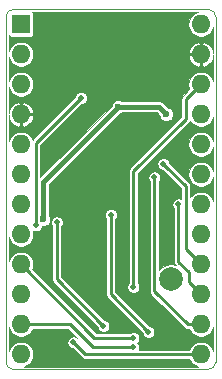
<source format=gbr>
%TF.GenerationSoftware,KiCad,Pcbnew,5.1.5+dfsg1-2~bpo10+1*%
%TF.CreationDate,Date%
%TF.ProjectId,ProMicro_LOG,50726f4d-6963-4726-9f5f-4c4f472e6b69,v1.1*%
%TF.SameCoordinates,Original*%
%TF.FileFunction,Copper,L2,Bot*%
%TF.FilePolarity,Positive*%
%FSLAX45Y45*%
G04 Gerber Fmt 4.5, Leading zero omitted, Abs format (unit mm)*
G04 Created by KiCad*
%MOMM*%
%LPD*%
G04 APERTURE LIST*
%ADD10C,0.100000*%
%ADD11O,1.600000X1.600000*%
%ADD12R,1.600000X1.600000*%
%ADD13C,2.000000*%
%ADD14C,0.500000*%
%ADD15C,0.600000*%
%ADD16C,0.400000*%
%ADD17C,0.250000*%
%ADD18C,0.125000*%
%ADD19C,0.200000*%
%ADD20C,0.300000*%
%ADD21C,0.350000*%
G04 APERTURE END LIST*
D10*
X-1587500Y2921000D02*
G75*
G03X-1651000Y2857500I0J-63500D01*
G01*
X127000Y2857500D02*
G75*
G03X63500Y2921000I-63500J0D01*
G01*
X63500Y-127000D02*
G75*
G03X127000Y-63500I0J63500D01*
G01*
X-1651000Y-63500D02*
G75*
G03X-1587500Y-127000I63500J0D01*
G01*
X-1651000Y2857500D02*
X-1651000Y-63500D01*
X63500Y2921000D02*
X-1587500Y2921000D01*
X127000Y-63500D02*
X127000Y2857500D01*
X-1587500Y-127000D02*
X63500Y-127000D01*
D11*
X0Y2794000D03*
X0Y2540000D03*
X0Y2286000D03*
X-1524000Y0D03*
X0Y2032000D03*
X-1524000Y254000D03*
X0Y1778000D03*
X-1524000Y508000D03*
X0Y1524000D03*
X-1524000Y762000D03*
X0Y1270000D03*
X-1524000Y1016000D03*
X0Y1016000D03*
X-1524000Y1270000D03*
X0Y762000D03*
X-1524000Y1524000D03*
X0Y508000D03*
X-1524000Y1778000D03*
X0Y254000D03*
X-1524000Y2032000D03*
X0Y0D03*
X-1524000Y2286000D03*
X-1524000Y2540000D03*
D12*
X-1524000Y2794000D03*
D13*
X-254000Y635000D03*
D14*
X-520700Y2197100D03*
X-952500Y1397000D03*
X-889000Y1079500D03*
X-850900Y635000D03*
X-355600Y254000D03*
X-1206500Y1841500D03*
X-1079500Y1968500D03*
X-635000Y1079500D03*
X-190500Y63500D03*
X-762000Y1524000D03*
X-1016000Y736600D03*
X-1016000Y1016000D03*
X-1244600Y1435100D03*
X-520700Y1968500D03*
X-1079500Y1397000D03*
X-1079500Y0D03*
X-190500Y-76200D03*
X-127000Y1651000D03*
X-279400Y1117600D03*
X-723900Y1955800D03*
D15*
X-698500Y2095500D03*
X-1333500Y1143000D03*
X-292100Y2032000D03*
D14*
X-571500Y569999D03*
X-444502Y190502D03*
X-762000Y1181100D03*
X-1016000Y2171700D03*
X-1397000Y1092200D03*
X-574059Y60940D03*
X-571500Y139700D03*
X-317500Y1612900D03*
X-190500Y1270000D03*
X-393700Y1498600D03*
X-825500Y241300D03*
X-1219200Y1117600D03*
X-1079499Y101600D03*
D16*
X-355600Y2095500D02*
X-322100Y2062000D01*
X-698500Y2095500D02*
X-355600Y2095500D01*
X-322100Y2062000D02*
X-292100Y2032000D01*
X-774700Y2019300D02*
X-698500Y2095500D01*
X-1333500Y1460500D02*
X-774700Y2019300D01*
X-1333500Y1143000D02*
X-1333500Y1460500D01*
D17*
X-571500Y1549400D02*
X-571500Y569999D01*
X-127000Y1993900D02*
X-571500Y1549400D01*
X-127000Y2159000D02*
X-127000Y1993900D01*
X0Y2286000D02*
X-127000Y2159000D01*
X-762000Y965200D02*
X-762000Y1181100D01*
X-762000Y508000D02*
X-762000Y965200D01*
X-444502Y190502D02*
X-762000Y508000D01*
X-1397000Y1790700D02*
X-1397000Y1092200D01*
X-1016000Y2171700D02*
X-1397000Y1790700D01*
X-609415Y60940D02*
X-574059Y60940D01*
X-911840Y60940D02*
X-609415Y60940D01*
X-1104900Y254000D02*
X-911840Y60940D01*
X-1524000Y254000D02*
X-1104900Y254000D01*
X-606855Y139700D02*
X-571500Y139700D01*
X-1524000Y762000D02*
X-901700Y139700D01*
X-901700Y139700D02*
X-606855Y139700D01*
X-292500Y1587900D02*
X-317500Y1612900D01*
X-127000Y889000D02*
X-127000Y1422400D01*
X0Y762000D02*
X-127000Y889000D01*
X-127000Y1422400D02*
X-292500Y1587900D01*
X-190500Y786000D02*
X-190500Y1234645D01*
X-101600Y697100D02*
X-190500Y786000D01*
X-190500Y1234645D02*
X-190500Y1270000D01*
X-101600Y609600D02*
X-101600Y697100D01*
X0Y508000D02*
X-101600Y609600D01*
X0Y254000D02*
X-113137Y254000D01*
X-113137Y254000D02*
X-393700Y534563D01*
X-393700Y534563D02*
X-393700Y1463245D01*
X-393700Y1463245D02*
X-393700Y1498600D01*
X-825500Y241300D02*
X-1219200Y635000D01*
X-1219200Y635000D02*
X-1219200Y1117600D01*
X0Y0D02*
X-977899Y0D01*
X-977899Y0D02*
X-1054500Y76600D01*
X-1054500Y76600D02*
X-1079499Y101600D01*
D18*
G36*
X-1626167Y223008D02*
G01*
X-1618157Y203672D01*
X-1606530Y186270D01*
X-1591730Y171470D01*
X-1574328Y159843D01*
X-1554992Y151833D01*
X-1534465Y147750D01*
X-1513535Y147750D01*
X-1493008Y151833D01*
X-1473672Y159843D01*
X-1456270Y171470D01*
X-1441470Y186270D01*
X-1429842Y203672D01*
X-1425047Y215250D01*
X-1120951Y215250D01*
X-1047673Y141972D01*
X-1055223Y147017D01*
X-1064550Y150881D01*
X-1074452Y152850D01*
X-1084547Y152850D01*
X-1094449Y150881D01*
X-1103775Y147017D01*
X-1112169Y141409D01*
X-1119308Y134270D01*
X-1124917Y125876D01*
X-1128780Y116549D01*
X-1130749Y106648D01*
X-1130749Y96552D01*
X-1128780Y86651D01*
X-1124917Y77324D01*
X-1119308Y68930D01*
X-1112169Y61791D01*
X-1103775Y56183D01*
X-1094449Y52319D01*
X-1084547Y50350D01*
X-1083050Y50350D01*
X-1006645Y-26055D01*
X-1005432Y-27533D01*
X-999532Y-32375D01*
X-992800Y-35974D01*
X-987711Y-37517D01*
X-985496Y-38189D01*
X-977899Y-38937D01*
X-975997Y-38750D01*
X-98953Y-38750D01*
X-94157Y-50328D01*
X-82530Y-67730D01*
X-67730Y-82530D01*
X-50328Y-94157D01*
X-30992Y-102167D01*
X-25547Y-103250D01*
X-1498453Y-103250D01*
X-1493008Y-102167D01*
X-1473672Y-94157D01*
X-1456270Y-82530D01*
X-1441470Y-67730D01*
X-1429842Y-50328D01*
X-1421833Y-30992D01*
X-1417750Y-10465D01*
X-1417750Y10465D01*
X-1421833Y30992D01*
X-1429842Y50328D01*
X-1441470Y67730D01*
X-1456270Y82530D01*
X-1473672Y94157D01*
X-1493008Y102167D01*
X-1513535Y106250D01*
X-1534465Y106250D01*
X-1554992Y102167D01*
X-1574328Y94157D01*
X-1591730Y82530D01*
X-1606530Y67730D01*
X-1618157Y50328D01*
X-1626167Y30992D01*
X-1627250Y25547D01*
X-1627250Y228453D01*
X-1626167Y223008D01*
G37*
X-1626167Y223008D02*
X-1618157Y203672D01*
X-1606530Y186270D01*
X-1591730Y171470D01*
X-1574328Y159843D01*
X-1554992Y151833D01*
X-1534465Y147750D01*
X-1513535Y147750D01*
X-1493008Y151833D01*
X-1473672Y159843D01*
X-1456270Y171470D01*
X-1441470Y186270D01*
X-1429842Y203672D01*
X-1425047Y215250D01*
X-1120951Y215250D01*
X-1047673Y141972D01*
X-1055223Y147017D01*
X-1064550Y150881D01*
X-1074452Y152850D01*
X-1084547Y152850D01*
X-1094449Y150881D01*
X-1103775Y147017D01*
X-1112169Y141409D01*
X-1119308Y134270D01*
X-1124917Y125876D01*
X-1128780Y116549D01*
X-1130749Y106648D01*
X-1130749Y96552D01*
X-1128780Y86651D01*
X-1124917Y77324D01*
X-1119308Y68930D01*
X-1112169Y61791D01*
X-1103775Y56183D01*
X-1094449Y52319D01*
X-1084547Y50350D01*
X-1083050Y50350D01*
X-1006645Y-26055D01*
X-1005432Y-27533D01*
X-999532Y-32375D01*
X-992800Y-35974D01*
X-987711Y-37517D01*
X-985496Y-38189D01*
X-977899Y-38937D01*
X-975997Y-38750D01*
X-98953Y-38750D01*
X-94157Y-50328D01*
X-82530Y-67730D01*
X-67730Y-82530D01*
X-50328Y-94157D01*
X-30992Y-102167D01*
X-25547Y-103250D01*
X-1498453Y-103250D01*
X-1493008Y-102167D01*
X-1473672Y-94157D01*
X-1456270Y-82530D01*
X-1441470Y-67730D01*
X-1429842Y-50328D01*
X-1421833Y-30992D01*
X-1417750Y-10465D01*
X-1417750Y10465D01*
X-1421833Y30992D01*
X-1429842Y50328D01*
X-1441470Y67730D01*
X-1456270Y82530D01*
X-1473672Y94157D01*
X-1493008Y102167D01*
X-1513535Y106250D01*
X-1534465Y106250D01*
X-1554992Y102167D01*
X-1574328Y94157D01*
X-1591730Y82530D01*
X-1606530Y67730D01*
X-1618157Y50328D01*
X-1626167Y30992D01*
X-1627250Y25547D01*
X-1627250Y228453D01*
X-1626167Y223008D01*
G36*
X-30992Y2896167D02*
G01*
X-50328Y2888157D01*
X-67730Y2876530D01*
X-82530Y2861730D01*
X-94157Y2844328D01*
X-102167Y2824992D01*
X-106250Y2804465D01*
X-106250Y2783535D01*
X-102167Y2763008D01*
X-94157Y2743672D01*
X-82530Y2726270D01*
X-67730Y2711470D01*
X-50328Y2699843D01*
X-30992Y2691833D01*
X-10465Y2687750D01*
X10465Y2687750D01*
X30992Y2691833D01*
X50328Y2699843D01*
X67730Y2711470D01*
X82530Y2726270D01*
X94157Y2743672D01*
X102167Y2763008D01*
X103250Y2768454D01*
X103250Y2548750D01*
X99303Y2548750D01*
X103217Y2565207D01*
X99826Y2576385D01*
X90810Y2595161D01*
X78303Y2611818D01*
X62788Y2625714D01*
X44859Y2636316D01*
X25207Y2643217D01*
X8750Y2639327D01*
X8750Y2548750D01*
X10750Y2548750D01*
X10750Y2531250D01*
X8750Y2531250D01*
X8750Y2440673D01*
X25207Y2436783D01*
X44859Y2443684D01*
X62788Y2454286D01*
X78303Y2468182D01*
X90810Y2484839D01*
X99826Y2503615D01*
X103217Y2514793D01*
X99303Y2531250D01*
X103250Y2531250D01*
X103250Y2311546D01*
X102167Y2316992D01*
X94157Y2336328D01*
X82530Y2353730D01*
X67730Y2368530D01*
X50328Y2380158D01*
X30992Y2388167D01*
X10465Y2392250D01*
X-10465Y2392250D01*
X-30992Y2388167D01*
X-50328Y2380158D01*
X-67730Y2368530D01*
X-82530Y2353730D01*
X-94157Y2336328D01*
X-102167Y2316992D01*
X-106250Y2296465D01*
X-106250Y2275535D01*
X-102167Y2255008D01*
X-97371Y2243430D01*
X-153055Y2187746D01*
X-154533Y2186533D01*
X-159375Y2180632D01*
X-162974Y2173901D01*
X-163641Y2171700D01*
X-165189Y2166596D01*
X-165937Y2159000D01*
X-165750Y2157097D01*
X-165750Y2009951D01*
X-597555Y1578146D01*
X-599033Y1576933D01*
X-603875Y1571032D01*
X-607474Y1564301D01*
X-608218Y1561845D01*
X-609689Y1556996D01*
X-610437Y1549400D01*
X-610250Y1547497D01*
X-610250Y603728D01*
X-611309Y602669D01*
X-616917Y594275D01*
X-620781Y584948D01*
X-622750Y575047D01*
X-622750Y564951D01*
X-620781Y555050D01*
X-616917Y545723D01*
X-611309Y537329D01*
X-604170Y530191D01*
X-595776Y524582D01*
X-586449Y520718D01*
X-576548Y518749D01*
X-566452Y518749D01*
X-556551Y520718D01*
X-547224Y524582D01*
X-538830Y530191D01*
X-531692Y537329D01*
X-526083Y545723D01*
X-522219Y555050D01*
X-520250Y564951D01*
X-520250Y575047D01*
X-522219Y584948D01*
X-526083Y594275D01*
X-531692Y602669D01*
X-532750Y603728D01*
X-532750Y1533349D01*
X-100945Y1965154D01*
X-99467Y1966367D01*
X-94625Y1972267D01*
X-91624Y1977881D01*
X-82530Y1964270D01*
X-67730Y1949470D01*
X-50328Y1937842D01*
X-30992Y1929833D01*
X-10465Y1925750D01*
X10465Y1925750D01*
X30992Y1929833D01*
X50328Y1937842D01*
X67730Y1949470D01*
X82530Y1964270D01*
X94157Y1981672D01*
X102167Y2001008D01*
X103250Y2006453D01*
X103250Y1803546D01*
X102167Y1808992D01*
X94157Y1828328D01*
X82530Y1845730D01*
X67730Y1860530D01*
X50328Y1872157D01*
X30992Y1880167D01*
X10465Y1884250D01*
X-10465Y1884250D01*
X-30992Y1880167D01*
X-50328Y1872157D01*
X-67730Y1860530D01*
X-82530Y1845730D01*
X-94157Y1828328D01*
X-102167Y1808992D01*
X-106250Y1788465D01*
X-106250Y1767535D01*
X-102167Y1747008D01*
X-94157Y1727672D01*
X-82530Y1710270D01*
X-67730Y1695470D01*
X-50328Y1683842D01*
X-30992Y1675833D01*
X-10465Y1671750D01*
X10465Y1671750D01*
X30992Y1675833D01*
X50328Y1683842D01*
X67730Y1695470D01*
X82530Y1710270D01*
X94157Y1727672D01*
X102167Y1747008D01*
X103250Y1752453D01*
X103250Y1549547D01*
X102167Y1554992D01*
X94157Y1574328D01*
X82530Y1591730D01*
X67730Y1606530D01*
X50328Y1618157D01*
X30992Y1626167D01*
X10465Y1630250D01*
X-10465Y1630250D01*
X-30992Y1626167D01*
X-50328Y1618157D01*
X-67730Y1606530D01*
X-82530Y1591730D01*
X-94157Y1574328D01*
X-102167Y1554992D01*
X-106250Y1534465D01*
X-106250Y1513535D01*
X-102167Y1493008D01*
X-94157Y1473672D01*
X-82530Y1456270D01*
X-67730Y1441470D01*
X-50328Y1429842D01*
X-30992Y1421833D01*
X-10465Y1417750D01*
X10465Y1417750D01*
X30992Y1421833D01*
X50328Y1429842D01*
X67730Y1441470D01*
X82530Y1456270D01*
X94157Y1473672D01*
X102167Y1493008D01*
X103250Y1498453D01*
X103250Y1295547D01*
X102167Y1300992D01*
X94157Y1320328D01*
X82530Y1337730D01*
X67730Y1352530D01*
X50328Y1364158D01*
X30992Y1372167D01*
X10465Y1376250D01*
X-10465Y1376250D01*
X-30992Y1372167D01*
X-50328Y1364158D01*
X-67730Y1352530D01*
X-82530Y1337730D01*
X-88250Y1329170D01*
X-88250Y1420497D01*
X-88063Y1422400D01*
X-88811Y1429996D01*
X-91026Y1437301D01*
X-92280Y1439646D01*
X-94625Y1444032D01*
X-99467Y1449933D01*
X-100945Y1451146D01*
X-266250Y1616451D01*
X-266250Y1617948D01*
X-268220Y1627849D01*
X-272083Y1637176D01*
X-277692Y1645570D01*
X-284830Y1652708D01*
X-293224Y1658317D01*
X-302551Y1662180D01*
X-312452Y1664150D01*
X-322548Y1664150D01*
X-332449Y1662180D01*
X-341776Y1658317D01*
X-350170Y1652708D01*
X-357308Y1645570D01*
X-362917Y1637176D01*
X-366780Y1627849D01*
X-368750Y1617948D01*
X-368750Y1607852D01*
X-366780Y1597951D01*
X-362917Y1588624D01*
X-357308Y1580230D01*
X-350170Y1573091D01*
X-341776Y1567483D01*
X-332449Y1563619D01*
X-322548Y1561650D01*
X-321051Y1561650D01*
X-165750Y1406349D01*
X-165750Y1315100D01*
X-166224Y1315417D01*
X-175551Y1319281D01*
X-185452Y1321250D01*
X-195548Y1321250D01*
X-205449Y1319281D01*
X-214776Y1315417D01*
X-223170Y1309809D01*
X-230308Y1302670D01*
X-235917Y1294276D01*
X-239780Y1284949D01*
X-241750Y1275048D01*
X-241750Y1264952D01*
X-239780Y1255051D01*
X-235917Y1245724D01*
X-230308Y1237330D01*
X-229250Y1236272D01*
X-229250Y1232742D01*
X-229250Y1232741D01*
X-229250Y787902D01*
X-229437Y786000D01*
X-228689Y778403D01*
X-228233Y776901D01*
X-226473Y771099D01*
X-222875Y764367D01*
X-218033Y758467D01*
X-216554Y757254D01*
X-214656Y755355D01*
X-217174Y756398D01*
X-241565Y761250D01*
X-266435Y761250D01*
X-290826Y756398D01*
X-313802Y746881D01*
X-334480Y733065D01*
X-352065Y715480D01*
X-354950Y711162D01*
X-354950Y1464871D01*
X-353891Y1465930D01*
X-348283Y1474324D01*
X-344420Y1483651D01*
X-342450Y1493552D01*
X-342450Y1503648D01*
X-344420Y1513549D01*
X-348283Y1522876D01*
X-353891Y1531270D01*
X-361030Y1538408D01*
X-369424Y1544017D01*
X-378751Y1547880D01*
X-388652Y1549850D01*
X-398748Y1549850D01*
X-408649Y1547880D01*
X-417976Y1544017D01*
X-426370Y1538408D01*
X-433508Y1531270D01*
X-439117Y1522876D01*
X-442980Y1513549D01*
X-444950Y1503648D01*
X-444950Y1493552D01*
X-442980Y1483651D01*
X-439117Y1474324D01*
X-433508Y1465930D01*
X-432450Y1464871D01*
X-432450Y1461342D01*
X-432450Y1461341D01*
X-432450Y536466D01*
X-432637Y534563D01*
X-431889Y526967D01*
X-429673Y519662D01*
X-426075Y512931D01*
X-421233Y507030D01*
X-419754Y505817D01*
X-141883Y227945D01*
X-140670Y226467D01*
X-134770Y221625D01*
X-128038Y218026D01*
X-123194Y216557D01*
X-120733Y215811D01*
X-113137Y215063D01*
X-111234Y215250D01*
X-98953Y215250D01*
X-94157Y203672D01*
X-82530Y186270D01*
X-67730Y171470D01*
X-50328Y159843D01*
X-30992Y151833D01*
X-10465Y147750D01*
X10465Y147750D01*
X30992Y151833D01*
X50328Y159843D01*
X67730Y171470D01*
X82530Y186270D01*
X94157Y203672D01*
X102167Y223008D01*
X103250Y228453D01*
X103250Y25547D01*
X102167Y30992D01*
X94157Y50328D01*
X82530Y67730D01*
X67730Y82530D01*
X50328Y94157D01*
X30992Y102167D01*
X10465Y106250D01*
X-10465Y106250D01*
X-30992Y102167D01*
X-50328Y94157D01*
X-67730Y82530D01*
X-82530Y67730D01*
X-94157Y50328D01*
X-98953Y38750D01*
X-527778Y38750D01*
X-524779Y45991D01*
X-522809Y55893D01*
X-522809Y65988D01*
X-524779Y75890D01*
X-528642Y85216D01*
X-534251Y93610D01*
X-539850Y99210D01*
X-538830Y99891D01*
X-531692Y107030D01*
X-526083Y115424D01*
X-522219Y124751D01*
X-520250Y134652D01*
X-520250Y144748D01*
X-522219Y154649D01*
X-526083Y163976D01*
X-531692Y172370D01*
X-538830Y179508D01*
X-547224Y185117D01*
X-556551Y188980D01*
X-566452Y190950D01*
X-576548Y190950D01*
X-586449Y188980D01*
X-595776Y185117D01*
X-604170Y179508D01*
X-605229Y178450D01*
X-885649Y178450D01*
X-1426629Y719430D01*
X-1421833Y731008D01*
X-1417750Y751535D01*
X-1417750Y772465D01*
X-1421833Y792992D01*
X-1429842Y812328D01*
X-1441470Y829730D01*
X-1456270Y844530D01*
X-1473672Y856157D01*
X-1493008Y864167D01*
X-1513535Y868250D01*
X-1534465Y868250D01*
X-1554992Y864167D01*
X-1574328Y856157D01*
X-1591730Y844530D01*
X-1606530Y829730D01*
X-1618157Y812328D01*
X-1626167Y792992D01*
X-1627250Y787547D01*
X-1627250Y990453D01*
X-1626167Y985008D01*
X-1618157Y965672D01*
X-1606530Y948270D01*
X-1591730Y933470D01*
X-1574328Y921842D01*
X-1554992Y913833D01*
X-1534465Y909750D01*
X-1513535Y909750D01*
X-1493008Y913833D01*
X-1473672Y921842D01*
X-1456270Y933470D01*
X-1441470Y948270D01*
X-1429842Y965672D01*
X-1421833Y985008D01*
X-1417750Y1005535D01*
X-1417750Y1026465D01*
X-1421833Y1046992D01*
X-1421926Y1047217D01*
X-1421276Y1046783D01*
X-1411949Y1042919D01*
X-1402048Y1040950D01*
X-1391952Y1040950D01*
X-1382051Y1042919D01*
X-1372724Y1046783D01*
X-1364330Y1052392D01*
X-1357192Y1059530D01*
X-1351583Y1067924D01*
X-1347720Y1077251D01*
X-1345750Y1087152D01*
X-1345750Y1088085D01*
X-1339040Y1086750D01*
X-1327960Y1086750D01*
X-1317093Y1088912D01*
X-1306856Y1093152D01*
X-1297643Y1099308D01*
X-1289808Y1107143D01*
X-1283652Y1116356D01*
X-1281046Y1122648D01*
X-1270450Y1122648D01*
X-1270450Y1112552D01*
X-1268481Y1102651D01*
X-1264617Y1093324D01*
X-1259009Y1084930D01*
X-1257950Y1083871D01*
X-1257950Y636903D01*
X-1258137Y635000D01*
X-1257950Y633098D01*
X-1257389Y627404D01*
X-1255174Y620099D01*
X-1251575Y613368D01*
X-1246733Y607467D01*
X-1245255Y606254D01*
X-876750Y237749D01*
X-876750Y236252D01*
X-874780Y226351D01*
X-870917Y217024D01*
X-865308Y208630D01*
X-858170Y201491D01*
X-849776Y195883D01*
X-840449Y192019D01*
X-830548Y190050D01*
X-820452Y190050D01*
X-810551Y192019D01*
X-801224Y195883D01*
X-792830Y201491D01*
X-785691Y208630D01*
X-780083Y217024D01*
X-776219Y226351D01*
X-774250Y236252D01*
X-774250Y246348D01*
X-776219Y256249D01*
X-780083Y265576D01*
X-785691Y273970D01*
X-792830Y281109D01*
X-801224Y286717D01*
X-810551Y290581D01*
X-820452Y292550D01*
X-821949Y292550D01*
X-1180450Y651051D01*
X-1180450Y1083872D01*
X-1179392Y1084930D01*
X-1173783Y1093324D01*
X-1169920Y1102651D01*
X-1167950Y1112552D01*
X-1167950Y1122648D01*
X-1169920Y1132549D01*
X-1173783Y1141876D01*
X-1179392Y1150270D01*
X-1186530Y1157409D01*
X-1194924Y1163017D01*
X-1204251Y1166881D01*
X-1214152Y1168850D01*
X-1224248Y1168850D01*
X-1234149Y1166881D01*
X-1243476Y1163017D01*
X-1251870Y1157409D01*
X-1259009Y1150270D01*
X-1264617Y1141876D01*
X-1268481Y1132549D01*
X-1270450Y1122648D01*
X-1281046Y1122648D01*
X-1279412Y1126593D01*
X-1277250Y1137460D01*
X-1277250Y1148540D01*
X-1279412Y1159408D01*
X-1283652Y1169644D01*
X-1287250Y1175029D01*
X-1287250Y1186148D01*
X-813250Y1186148D01*
X-813250Y1176052D01*
X-811280Y1166151D01*
X-807417Y1156824D01*
X-801808Y1148430D01*
X-800750Y1147371D01*
X-800750Y963297D01*
X-800750Y963296D01*
X-800750Y509903D01*
X-800937Y508000D01*
X-800750Y506097D01*
X-800189Y500404D01*
X-797973Y493099D01*
X-794375Y486368D01*
X-789533Y480467D01*
X-788054Y479254D01*
X-495752Y186951D01*
X-495752Y185454D01*
X-493782Y175553D01*
X-489919Y166226D01*
X-484310Y157832D01*
X-477172Y150694D01*
X-468778Y145085D01*
X-459451Y141222D01*
X-449550Y139252D01*
X-439454Y139252D01*
X-429553Y141222D01*
X-420226Y145085D01*
X-411832Y150694D01*
X-404693Y157832D01*
X-399085Y166226D01*
X-395221Y175553D01*
X-393252Y185454D01*
X-393252Y195550D01*
X-395221Y205451D01*
X-399085Y214778D01*
X-404693Y223172D01*
X-411832Y230310D01*
X-420226Y235919D01*
X-429553Y239782D01*
X-439454Y241752D01*
X-440951Y241752D01*
X-723250Y524051D01*
X-723250Y1147372D01*
X-722191Y1148430D01*
X-716583Y1156824D01*
X-712719Y1166151D01*
X-710750Y1176052D01*
X-710750Y1186148D01*
X-712719Y1196049D01*
X-716583Y1205376D01*
X-722191Y1213770D01*
X-729330Y1220909D01*
X-737724Y1226517D01*
X-747051Y1230381D01*
X-756952Y1232350D01*
X-767048Y1232350D01*
X-776949Y1230381D01*
X-786276Y1226517D01*
X-794670Y1220909D01*
X-801808Y1213770D01*
X-807417Y1205376D01*
X-811280Y1196049D01*
X-813250Y1186148D01*
X-1287250Y1186148D01*
X-1287250Y1441343D01*
X-740390Y1988202D01*
X-740390Y1988203D01*
X-688445Y2040148D01*
X-682093Y2041412D01*
X-671856Y2045652D01*
X-666471Y2049250D01*
X-374757Y2049250D01*
X-353198Y2027690D01*
X-353197Y2027690D01*
X-347452Y2021945D01*
X-346188Y2015592D01*
X-341948Y2005356D01*
X-335792Y1996143D01*
X-327957Y1988308D01*
X-318744Y1982152D01*
X-308508Y1977912D01*
X-297640Y1975750D01*
X-286560Y1975750D01*
X-275693Y1977912D01*
X-265456Y1982152D01*
X-256243Y1988308D01*
X-248408Y1996143D01*
X-242252Y2005356D01*
X-238012Y2015592D01*
X-235850Y2026460D01*
X-235850Y2037540D01*
X-238012Y2048407D01*
X-242252Y2058644D01*
X-248408Y2067857D01*
X-256243Y2075692D01*
X-265456Y2081848D01*
X-275693Y2086088D01*
X-282045Y2087352D01*
X-287790Y2093097D01*
X-287790Y2093098D01*
X-321290Y2126597D01*
X-322738Y2128362D01*
X-329781Y2134142D01*
X-337815Y2138436D01*
X-346533Y2141081D01*
X-353329Y2141750D01*
X-355600Y2141974D01*
X-357871Y2141750D01*
X-666471Y2141750D01*
X-671856Y2145348D01*
X-682093Y2149588D01*
X-692960Y2151750D01*
X-704040Y2151750D01*
X-714907Y2149588D01*
X-725144Y2145348D01*
X-734357Y2139192D01*
X-742192Y2131357D01*
X-748348Y2122144D01*
X-752588Y2111908D01*
X-753852Y2105555D01*
X-805797Y2053610D01*
X-805798Y2053610D01*
X-1358250Y1501157D01*
X-1358250Y1774649D01*
X-1012449Y2120450D01*
X-1010952Y2120450D01*
X-1001051Y2122420D01*
X-991724Y2126283D01*
X-983330Y2131892D01*
X-976191Y2139030D01*
X-970583Y2147424D01*
X-966719Y2156751D01*
X-964750Y2166652D01*
X-964750Y2176748D01*
X-966719Y2186649D01*
X-970583Y2195976D01*
X-976191Y2204370D01*
X-983330Y2211509D01*
X-991724Y2217117D01*
X-1001051Y2220981D01*
X-1010952Y2222950D01*
X-1021048Y2222950D01*
X-1030949Y2220981D01*
X-1040276Y2217117D01*
X-1048670Y2211509D01*
X-1055809Y2204370D01*
X-1061417Y2195976D01*
X-1065281Y2186649D01*
X-1067250Y2176748D01*
X-1067250Y2175251D01*
X-1423054Y1819446D01*
X-1424533Y1818233D01*
X-1425282Y1817319D01*
X-1429842Y1828328D01*
X-1441470Y1845730D01*
X-1456270Y1860530D01*
X-1473672Y1872157D01*
X-1493008Y1880167D01*
X-1513535Y1884250D01*
X-1534465Y1884250D01*
X-1554992Y1880167D01*
X-1574328Y1872157D01*
X-1591730Y1860530D01*
X-1606530Y1845730D01*
X-1618157Y1828328D01*
X-1626167Y1808992D01*
X-1627250Y1803547D01*
X-1627250Y2023250D01*
X-1623303Y2023250D01*
X-1627217Y2006793D01*
X-1623826Y1995615D01*
X-1614810Y1976839D01*
X-1602303Y1960182D01*
X-1586788Y1946286D01*
X-1568859Y1935684D01*
X-1549207Y1928783D01*
X-1532750Y1932673D01*
X-1532750Y2023250D01*
X-1515250Y2023250D01*
X-1515250Y1932673D01*
X-1498793Y1928783D01*
X-1479141Y1935684D01*
X-1461212Y1946286D01*
X-1445697Y1960182D01*
X-1433190Y1976839D01*
X-1424174Y1995615D01*
X-1420783Y2006793D01*
X-1424697Y2023250D01*
X-1515250Y2023250D01*
X-1532750Y2023250D01*
X-1534750Y2023250D01*
X-1534750Y2040750D01*
X-1532750Y2040750D01*
X-1532750Y2131327D01*
X-1515250Y2131327D01*
X-1515250Y2040750D01*
X-1424697Y2040750D01*
X-1420783Y2057207D01*
X-1424174Y2068385D01*
X-1433190Y2087161D01*
X-1445697Y2103818D01*
X-1461212Y2117714D01*
X-1479141Y2128316D01*
X-1498793Y2135217D01*
X-1515250Y2131327D01*
X-1532750Y2131327D01*
X-1549207Y2135217D01*
X-1568859Y2128316D01*
X-1586788Y2117714D01*
X-1602303Y2103818D01*
X-1614810Y2087161D01*
X-1623826Y2068385D01*
X-1627217Y2057207D01*
X-1623303Y2040750D01*
X-1627250Y2040750D01*
X-1627250Y2260453D01*
X-1626167Y2255008D01*
X-1618157Y2235672D01*
X-1606530Y2218270D01*
X-1591730Y2203470D01*
X-1574328Y2191843D01*
X-1554992Y2183833D01*
X-1534465Y2179750D01*
X-1513535Y2179750D01*
X-1493008Y2183833D01*
X-1473672Y2191843D01*
X-1456270Y2203470D01*
X-1441470Y2218270D01*
X-1429842Y2235672D01*
X-1421833Y2255008D01*
X-1417750Y2275535D01*
X-1417750Y2296465D01*
X-1421833Y2316992D01*
X-1429842Y2336328D01*
X-1441470Y2353730D01*
X-1456270Y2368530D01*
X-1473672Y2380158D01*
X-1493008Y2388167D01*
X-1513535Y2392250D01*
X-1534465Y2392250D01*
X-1554992Y2388167D01*
X-1574328Y2380158D01*
X-1591730Y2368530D01*
X-1606530Y2353730D01*
X-1618157Y2336328D01*
X-1626167Y2316992D01*
X-1627250Y2311547D01*
X-1627250Y2514453D01*
X-1626167Y2509008D01*
X-1618157Y2489672D01*
X-1606530Y2472270D01*
X-1591730Y2457470D01*
X-1574328Y2445843D01*
X-1554992Y2437833D01*
X-1534465Y2433750D01*
X-1513535Y2433750D01*
X-1493008Y2437833D01*
X-1473672Y2445843D01*
X-1456270Y2457470D01*
X-1441470Y2472270D01*
X-1429842Y2489672D01*
X-1421833Y2509008D01*
X-1420682Y2514793D01*
X-103217Y2514793D01*
X-99826Y2503615D01*
X-90810Y2484839D01*
X-78303Y2468182D01*
X-62788Y2454286D01*
X-44859Y2443684D01*
X-25207Y2436783D01*
X-8750Y2440673D01*
X-8750Y2531250D01*
X-99303Y2531250D01*
X-103217Y2514793D01*
X-1420682Y2514793D01*
X-1417750Y2529535D01*
X-1417750Y2550465D01*
X-1420682Y2565207D01*
X-103217Y2565207D01*
X-99303Y2548750D01*
X-8750Y2548750D01*
X-8750Y2639327D01*
X-25207Y2643217D01*
X-44859Y2636316D01*
X-62788Y2625714D01*
X-78303Y2611818D01*
X-90810Y2595161D01*
X-99826Y2576385D01*
X-103217Y2565207D01*
X-1420682Y2565207D01*
X-1421833Y2570992D01*
X-1429842Y2590328D01*
X-1441470Y2607730D01*
X-1456270Y2622530D01*
X-1473672Y2634158D01*
X-1493008Y2642167D01*
X-1513535Y2646250D01*
X-1534465Y2646250D01*
X-1554992Y2642167D01*
X-1574328Y2634158D01*
X-1591730Y2622530D01*
X-1606530Y2607730D01*
X-1618157Y2590328D01*
X-1626167Y2570992D01*
X-1627250Y2565547D01*
X-1627250Y2701812D01*
X-1625932Y2699346D01*
X-1622651Y2695349D01*
X-1618654Y2692068D01*
X-1614094Y2689631D01*
X-1609146Y2688130D01*
X-1604000Y2687623D01*
X-1444000Y2687623D01*
X-1438854Y2688130D01*
X-1433906Y2689631D01*
X-1429346Y2692068D01*
X-1425349Y2695349D01*
X-1422068Y2699346D01*
X-1419631Y2703906D01*
X-1418130Y2708854D01*
X-1417623Y2714000D01*
X-1417623Y2874000D01*
X-1418130Y2879146D01*
X-1419631Y2884094D01*
X-1422068Y2888654D01*
X-1425349Y2892651D01*
X-1429346Y2895932D01*
X-1431812Y2897250D01*
X-25547Y2897250D01*
X-30992Y2896167D01*
G37*
X-30992Y2896167D02*
X-50328Y2888157D01*
X-67730Y2876530D01*
X-82530Y2861730D01*
X-94157Y2844328D01*
X-102167Y2824992D01*
X-106250Y2804465D01*
X-106250Y2783535D01*
X-102167Y2763008D01*
X-94157Y2743672D01*
X-82530Y2726270D01*
X-67730Y2711470D01*
X-50328Y2699843D01*
X-30992Y2691833D01*
X-10465Y2687750D01*
X10465Y2687750D01*
X30992Y2691833D01*
X50328Y2699843D01*
X67730Y2711470D01*
X82530Y2726270D01*
X94157Y2743672D01*
X102167Y2763008D01*
X103250Y2768454D01*
X103250Y2548750D01*
X99303Y2548750D01*
X103217Y2565207D01*
X99826Y2576385D01*
X90810Y2595161D01*
X78303Y2611818D01*
X62788Y2625714D01*
X44859Y2636316D01*
X25207Y2643217D01*
X8750Y2639327D01*
X8750Y2548750D01*
X10750Y2548750D01*
X10750Y2531250D01*
X8750Y2531250D01*
X8750Y2440673D01*
X25207Y2436783D01*
X44859Y2443684D01*
X62788Y2454286D01*
X78303Y2468182D01*
X90810Y2484839D01*
X99826Y2503615D01*
X103217Y2514793D01*
X99303Y2531250D01*
X103250Y2531250D01*
X103250Y2311546D01*
X102167Y2316992D01*
X94157Y2336328D01*
X82530Y2353730D01*
X67730Y2368530D01*
X50328Y2380158D01*
X30992Y2388167D01*
X10465Y2392250D01*
X-10465Y2392250D01*
X-30992Y2388167D01*
X-50328Y2380158D01*
X-67730Y2368530D01*
X-82530Y2353730D01*
X-94157Y2336328D01*
X-102167Y2316992D01*
X-106250Y2296465D01*
X-106250Y2275535D01*
X-102167Y2255008D01*
X-97371Y2243430D01*
X-153055Y2187746D01*
X-154533Y2186533D01*
X-159375Y2180632D01*
X-162974Y2173901D01*
X-163641Y2171700D01*
X-165189Y2166596D01*
X-165937Y2159000D01*
X-165750Y2157097D01*
X-165750Y2009951D01*
X-597555Y1578146D01*
X-599033Y1576933D01*
X-603875Y1571032D01*
X-607474Y1564301D01*
X-608218Y1561845D01*
X-609689Y1556996D01*
X-610437Y1549400D01*
X-610250Y1547497D01*
X-610250Y603728D01*
X-611309Y602669D01*
X-616917Y594275D01*
X-620781Y584948D01*
X-622750Y575047D01*
X-622750Y564951D01*
X-620781Y555050D01*
X-616917Y545723D01*
X-611309Y537329D01*
X-604170Y530191D01*
X-595776Y524582D01*
X-586449Y520718D01*
X-576548Y518749D01*
X-566452Y518749D01*
X-556551Y520718D01*
X-547224Y524582D01*
X-538830Y530191D01*
X-531692Y537329D01*
X-526083Y545723D01*
X-522219Y555050D01*
X-520250Y564951D01*
X-520250Y575047D01*
X-522219Y584948D01*
X-526083Y594275D01*
X-531692Y602669D01*
X-532750Y603728D01*
X-532750Y1533349D01*
X-100945Y1965154D01*
X-99467Y1966367D01*
X-94625Y1972267D01*
X-91624Y1977881D01*
X-82530Y1964270D01*
X-67730Y1949470D01*
X-50328Y1937842D01*
X-30992Y1929833D01*
X-10465Y1925750D01*
X10465Y1925750D01*
X30992Y1929833D01*
X50328Y1937842D01*
X67730Y1949470D01*
X82530Y1964270D01*
X94157Y1981672D01*
X102167Y2001008D01*
X103250Y2006453D01*
X103250Y1803546D01*
X102167Y1808992D01*
X94157Y1828328D01*
X82530Y1845730D01*
X67730Y1860530D01*
X50328Y1872157D01*
X30992Y1880167D01*
X10465Y1884250D01*
X-10465Y1884250D01*
X-30992Y1880167D01*
X-50328Y1872157D01*
X-67730Y1860530D01*
X-82530Y1845730D01*
X-94157Y1828328D01*
X-102167Y1808992D01*
X-106250Y1788465D01*
X-106250Y1767535D01*
X-102167Y1747008D01*
X-94157Y1727672D01*
X-82530Y1710270D01*
X-67730Y1695470D01*
X-50328Y1683842D01*
X-30992Y1675833D01*
X-10465Y1671750D01*
X10465Y1671750D01*
X30992Y1675833D01*
X50328Y1683842D01*
X67730Y1695470D01*
X82530Y1710270D01*
X94157Y1727672D01*
X102167Y1747008D01*
X103250Y1752453D01*
X103250Y1549547D01*
X102167Y1554992D01*
X94157Y1574328D01*
X82530Y1591730D01*
X67730Y1606530D01*
X50328Y1618157D01*
X30992Y1626167D01*
X10465Y1630250D01*
X-10465Y1630250D01*
X-30992Y1626167D01*
X-50328Y1618157D01*
X-67730Y1606530D01*
X-82530Y1591730D01*
X-94157Y1574328D01*
X-102167Y1554992D01*
X-106250Y1534465D01*
X-106250Y1513535D01*
X-102167Y1493008D01*
X-94157Y1473672D01*
X-82530Y1456270D01*
X-67730Y1441470D01*
X-50328Y1429842D01*
X-30992Y1421833D01*
X-10465Y1417750D01*
X10465Y1417750D01*
X30992Y1421833D01*
X50328Y1429842D01*
X67730Y1441470D01*
X82530Y1456270D01*
X94157Y1473672D01*
X102167Y1493008D01*
X103250Y1498453D01*
X103250Y1295547D01*
X102167Y1300992D01*
X94157Y1320328D01*
X82530Y1337730D01*
X67730Y1352530D01*
X50328Y1364158D01*
X30992Y1372167D01*
X10465Y1376250D01*
X-10465Y1376250D01*
X-30992Y1372167D01*
X-50328Y1364158D01*
X-67730Y1352530D01*
X-82530Y1337730D01*
X-88250Y1329170D01*
X-88250Y1420497D01*
X-88063Y1422400D01*
X-88811Y1429996D01*
X-91026Y1437301D01*
X-92280Y1439646D01*
X-94625Y1444032D01*
X-99467Y1449933D01*
X-100945Y1451146D01*
X-266250Y1616451D01*
X-266250Y1617948D01*
X-268220Y1627849D01*
X-272083Y1637176D01*
X-277692Y1645570D01*
X-284830Y1652708D01*
X-293224Y1658317D01*
X-302551Y1662180D01*
X-312452Y1664150D01*
X-322548Y1664150D01*
X-332449Y1662180D01*
X-341776Y1658317D01*
X-350170Y1652708D01*
X-357308Y1645570D01*
X-362917Y1637176D01*
X-366780Y1627849D01*
X-368750Y1617948D01*
X-368750Y1607852D01*
X-366780Y1597951D01*
X-362917Y1588624D01*
X-357308Y1580230D01*
X-350170Y1573091D01*
X-341776Y1567483D01*
X-332449Y1563619D01*
X-322548Y1561650D01*
X-321051Y1561650D01*
X-165750Y1406349D01*
X-165750Y1315100D01*
X-166224Y1315417D01*
X-175551Y1319281D01*
X-185452Y1321250D01*
X-195548Y1321250D01*
X-205449Y1319281D01*
X-214776Y1315417D01*
X-223170Y1309809D01*
X-230308Y1302670D01*
X-235917Y1294276D01*
X-239780Y1284949D01*
X-241750Y1275048D01*
X-241750Y1264952D01*
X-239780Y1255051D01*
X-235917Y1245724D01*
X-230308Y1237330D01*
X-229250Y1236272D01*
X-229250Y1232742D01*
X-229250Y1232741D01*
X-229250Y787902D01*
X-229437Y786000D01*
X-228689Y778403D01*
X-228233Y776901D01*
X-226473Y771099D01*
X-222875Y764367D01*
X-218033Y758467D01*
X-216554Y757254D01*
X-214656Y755355D01*
X-217174Y756398D01*
X-241565Y761250D01*
X-266435Y761250D01*
X-290826Y756398D01*
X-313802Y746881D01*
X-334480Y733065D01*
X-352065Y715480D01*
X-354950Y711162D01*
X-354950Y1464871D01*
X-353891Y1465930D01*
X-348283Y1474324D01*
X-344420Y1483651D01*
X-342450Y1493552D01*
X-342450Y1503648D01*
X-344420Y1513549D01*
X-348283Y1522876D01*
X-353891Y1531270D01*
X-361030Y1538408D01*
X-369424Y1544017D01*
X-378751Y1547880D01*
X-388652Y1549850D01*
X-398748Y1549850D01*
X-408649Y1547880D01*
X-417976Y1544017D01*
X-426370Y1538408D01*
X-433508Y1531270D01*
X-439117Y1522876D01*
X-442980Y1513549D01*
X-444950Y1503648D01*
X-444950Y1493552D01*
X-442980Y1483651D01*
X-439117Y1474324D01*
X-433508Y1465930D01*
X-432450Y1464871D01*
X-432450Y1461342D01*
X-432450Y1461341D01*
X-432450Y536466D01*
X-432637Y534563D01*
X-431889Y526967D01*
X-429673Y519662D01*
X-426075Y512931D01*
X-421233Y507030D01*
X-419754Y505817D01*
X-141883Y227945D01*
X-140670Y226467D01*
X-134770Y221625D01*
X-128038Y218026D01*
X-123194Y216557D01*
X-120733Y215811D01*
X-113137Y215063D01*
X-111234Y215250D01*
X-98953Y215250D01*
X-94157Y203672D01*
X-82530Y186270D01*
X-67730Y171470D01*
X-50328Y159843D01*
X-30992Y151833D01*
X-10465Y147750D01*
X10465Y147750D01*
X30992Y151833D01*
X50328Y159843D01*
X67730Y171470D01*
X82530Y186270D01*
X94157Y203672D01*
X102167Y223008D01*
X103250Y228453D01*
X103250Y25547D01*
X102167Y30992D01*
X94157Y50328D01*
X82530Y67730D01*
X67730Y82530D01*
X50328Y94157D01*
X30992Y102167D01*
X10465Y106250D01*
X-10465Y106250D01*
X-30992Y102167D01*
X-50328Y94157D01*
X-67730Y82530D01*
X-82530Y67730D01*
X-94157Y50328D01*
X-98953Y38750D01*
X-527778Y38750D01*
X-524779Y45991D01*
X-522809Y55893D01*
X-522809Y65988D01*
X-524779Y75890D01*
X-528642Y85216D01*
X-534251Y93610D01*
X-539850Y99210D01*
X-538830Y99891D01*
X-531692Y107030D01*
X-526083Y115424D01*
X-522219Y124751D01*
X-520250Y134652D01*
X-520250Y144748D01*
X-522219Y154649D01*
X-526083Y163976D01*
X-531692Y172370D01*
X-538830Y179508D01*
X-547224Y185117D01*
X-556551Y188980D01*
X-566452Y190950D01*
X-576548Y190950D01*
X-586449Y188980D01*
X-595776Y185117D01*
X-604170Y179508D01*
X-605229Y178450D01*
X-885649Y178450D01*
X-1426629Y719430D01*
X-1421833Y731008D01*
X-1417750Y751535D01*
X-1417750Y772465D01*
X-1421833Y792992D01*
X-1429842Y812328D01*
X-1441470Y829730D01*
X-1456270Y844530D01*
X-1473672Y856157D01*
X-1493008Y864167D01*
X-1513535Y868250D01*
X-1534465Y868250D01*
X-1554992Y864167D01*
X-1574328Y856157D01*
X-1591730Y844530D01*
X-1606530Y829730D01*
X-1618157Y812328D01*
X-1626167Y792992D01*
X-1627250Y787547D01*
X-1627250Y990453D01*
X-1626167Y985008D01*
X-1618157Y965672D01*
X-1606530Y948270D01*
X-1591730Y933470D01*
X-1574328Y921842D01*
X-1554992Y913833D01*
X-1534465Y909750D01*
X-1513535Y909750D01*
X-1493008Y913833D01*
X-1473672Y921842D01*
X-1456270Y933470D01*
X-1441470Y948270D01*
X-1429842Y965672D01*
X-1421833Y985008D01*
X-1417750Y1005535D01*
X-1417750Y1026465D01*
X-1421833Y1046992D01*
X-1421926Y1047217D01*
X-1421276Y1046783D01*
X-1411949Y1042919D01*
X-1402048Y1040950D01*
X-1391952Y1040950D01*
X-1382051Y1042919D01*
X-1372724Y1046783D01*
X-1364330Y1052392D01*
X-1357192Y1059530D01*
X-1351583Y1067924D01*
X-1347720Y1077251D01*
X-1345750Y1087152D01*
X-1345750Y1088085D01*
X-1339040Y1086750D01*
X-1327960Y1086750D01*
X-1317093Y1088912D01*
X-1306856Y1093152D01*
X-1297643Y1099308D01*
X-1289808Y1107143D01*
X-1283652Y1116356D01*
X-1281046Y1122648D01*
X-1270450Y1122648D01*
X-1270450Y1112552D01*
X-1268481Y1102651D01*
X-1264617Y1093324D01*
X-1259009Y1084930D01*
X-1257950Y1083871D01*
X-1257950Y636903D01*
X-1258137Y635000D01*
X-1257950Y633098D01*
X-1257389Y627404D01*
X-1255174Y620099D01*
X-1251575Y613368D01*
X-1246733Y607467D01*
X-1245255Y606254D01*
X-876750Y237749D01*
X-876750Y236252D01*
X-874780Y226351D01*
X-870917Y217024D01*
X-865308Y208630D01*
X-858170Y201491D01*
X-849776Y195883D01*
X-840449Y192019D01*
X-830548Y190050D01*
X-820452Y190050D01*
X-810551Y192019D01*
X-801224Y195883D01*
X-792830Y201491D01*
X-785691Y208630D01*
X-780083Y217024D01*
X-776219Y226351D01*
X-774250Y236252D01*
X-774250Y246348D01*
X-776219Y256249D01*
X-780083Y265576D01*
X-785691Y273970D01*
X-792830Y281109D01*
X-801224Y286717D01*
X-810551Y290581D01*
X-820452Y292550D01*
X-821949Y292550D01*
X-1180450Y651051D01*
X-1180450Y1083872D01*
X-1179392Y1084930D01*
X-1173783Y1093324D01*
X-1169920Y1102651D01*
X-1167950Y1112552D01*
X-1167950Y1122648D01*
X-1169920Y1132549D01*
X-1173783Y1141876D01*
X-1179392Y1150270D01*
X-1186530Y1157409D01*
X-1194924Y1163017D01*
X-1204251Y1166881D01*
X-1214152Y1168850D01*
X-1224248Y1168850D01*
X-1234149Y1166881D01*
X-1243476Y1163017D01*
X-1251870Y1157409D01*
X-1259009Y1150270D01*
X-1264617Y1141876D01*
X-1268481Y1132549D01*
X-1270450Y1122648D01*
X-1281046Y1122648D01*
X-1279412Y1126593D01*
X-1277250Y1137460D01*
X-1277250Y1148540D01*
X-1279412Y1159408D01*
X-1283652Y1169644D01*
X-1287250Y1175029D01*
X-1287250Y1186148D01*
X-813250Y1186148D01*
X-813250Y1176052D01*
X-811280Y1166151D01*
X-807417Y1156824D01*
X-801808Y1148430D01*
X-800750Y1147371D01*
X-800750Y963297D01*
X-800750Y963296D01*
X-800750Y509903D01*
X-800937Y508000D01*
X-800750Y506097D01*
X-800189Y500404D01*
X-797973Y493099D01*
X-794375Y486368D01*
X-789533Y480467D01*
X-788054Y479254D01*
X-495752Y186951D01*
X-495752Y185454D01*
X-493782Y175553D01*
X-489919Y166226D01*
X-484310Y157832D01*
X-477172Y150694D01*
X-468778Y145085D01*
X-459451Y141222D01*
X-449550Y139252D01*
X-439454Y139252D01*
X-429553Y141222D01*
X-420226Y145085D01*
X-411832Y150694D01*
X-404693Y157832D01*
X-399085Y166226D01*
X-395221Y175553D01*
X-393252Y185454D01*
X-393252Y195550D01*
X-395221Y205451D01*
X-399085Y214778D01*
X-404693Y223172D01*
X-411832Y230310D01*
X-420226Y235919D01*
X-429553Y239782D01*
X-439454Y241752D01*
X-440951Y241752D01*
X-723250Y524051D01*
X-723250Y1147372D01*
X-722191Y1148430D01*
X-716583Y1156824D01*
X-712719Y1166151D01*
X-710750Y1176052D01*
X-710750Y1186148D01*
X-712719Y1196049D01*
X-716583Y1205376D01*
X-722191Y1213770D01*
X-729330Y1220909D01*
X-737724Y1226517D01*
X-747051Y1230381D01*
X-756952Y1232350D01*
X-767048Y1232350D01*
X-776949Y1230381D01*
X-786276Y1226517D01*
X-794670Y1220909D01*
X-801808Y1213770D01*
X-807417Y1205376D01*
X-811280Y1196049D01*
X-813250Y1186148D01*
X-1287250Y1186148D01*
X-1287250Y1441343D01*
X-740390Y1988202D01*
X-740390Y1988203D01*
X-688445Y2040148D01*
X-682093Y2041412D01*
X-671856Y2045652D01*
X-666471Y2049250D01*
X-374757Y2049250D01*
X-353198Y2027690D01*
X-353197Y2027690D01*
X-347452Y2021945D01*
X-346188Y2015592D01*
X-341948Y2005356D01*
X-335792Y1996143D01*
X-327957Y1988308D01*
X-318744Y1982152D01*
X-308508Y1977912D01*
X-297640Y1975750D01*
X-286560Y1975750D01*
X-275693Y1977912D01*
X-265456Y1982152D01*
X-256243Y1988308D01*
X-248408Y1996143D01*
X-242252Y2005356D01*
X-238012Y2015592D01*
X-235850Y2026460D01*
X-235850Y2037540D01*
X-238012Y2048407D01*
X-242252Y2058644D01*
X-248408Y2067857D01*
X-256243Y2075692D01*
X-265456Y2081848D01*
X-275693Y2086088D01*
X-282045Y2087352D01*
X-287790Y2093097D01*
X-287790Y2093098D01*
X-321290Y2126597D01*
X-322738Y2128362D01*
X-329781Y2134142D01*
X-337815Y2138436D01*
X-346533Y2141081D01*
X-353329Y2141750D01*
X-355600Y2141974D01*
X-357871Y2141750D01*
X-666471Y2141750D01*
X-671856Y2145348D01*
X-682093Y2149588D01*
X-692960Y2151750D01*
X-704040Y2151750D01*
X-714907Y2149588D01*
X-725144Y2145348D01*
X-734357Y2139192D01*
X-742192Y2131357D01*
X-748348Y2122144D01*
X-752588Y2111908D01*
X-753852Y2105555D01*
X-805797Y2053610D01*
X-805798Y2053610D01*
X-1358250Y1501157D01*
X-1358250Y1774649D01*
X-1012449Y2120450D01*
X-1010952Y2120450D01*
X-1001051Y2122420D01*
X-991724Y2126283D01*
X-983330Y2131892D01*
X-976191Y2139030D01*
X-970583Y2147424D01*
X-966719Y2156751D01*
X-964750Y2166652D01*
X-964750Y2176748D01*
X-966719Y2186649D01*
X-970583Y2195976D01*
X-976191Y2204370D01*
X-983330Y2211509D01*
X-991724Y2217117D01*
X-1001051Y2220981D01*
X-1010952Y2222950D01*
X-1021048Y2222950D01*
X-1030949Y2220981D01*
X-1040276Y2217117D01*
X-1048670Y2211509D01*
X-1055809Y2204370D01*
X-1061417Y2195976D01*
X-1065281Y2186649D01*
X-1067250Y2176748D01*
X-1067250Y2175251D01*
X-1423054Y1819446D01*
X-1424533Y1818233D01*
X-1425282Y1817319D01*
X-1429842Y1828328D01*
X-1441470Y1845730D01*
X-1456270Y1860530D01*
X-1473672Y1872157D01*
X-1493008Y1880167D01*
X-1513535Y1884250D01*
X-1534465Y1884250D01*
X-1554992Y1880167D01*
X-1574328Y1872157D01*
X-1591730Y1860530D01*
X-1606530Y1845730D01*
X-1618157Y1828328D01*
X-1626167Y1808992D01*
X-1627250Y1803547D01*
X-1627250Y2023250D01*
X-1623303Y2023250D01*
X-1627217Y2006793D01*
X-1623826Y1995615D01*
X-1614810Y1976839D01*
X-1602303Y1960182D01*
X-1586788Y1946286D01*
X-1568859Y1935684D01*
X-1549207Y1928783D01*
X-1532750Y1932673D01*
X-1532750Y2023250D01*
X-1515250Y2023250D01*
X-1515250Y1932673D01*
X-1498793Y1928783D01*
X-1479141Y1935684D01*
X-1461212Y1946286D01*
X-1445697Y1960182D01*
X-1433190Y1976839D01*
X-1424174Y1995615D01*
X-1420783Y2006793D01*
X-1424697Y2023250D01*
X-1515250Y2023250D01*
X-1532750Y2023250D01*
X-1534750Y2023250D01*
X-1534750Y2040750D01*
X-1532750Y2040750D01*
X-1532750Y2131327D01*
X-1515250Y2131327D01*
X-1515250Y2040750D01*
X-1424697Y2040750D01*
X-1420783Y2057207D01*
X-1424174Y2068385D01*
X-1433190Y2087161D01*
X-1445697Y2103818D01*
X-1461212Y2117714D01*
X-1479141Y2128316D01*
X-1498793Y2135217D01*
X-1515250Y2131327D01*
X-1532750Y2131327D01*
X-1549207Y2135217D01*
X-1568859Y2128316D01*
X-1586788Y2117714D01*
X-1602303Y2103818D01*
X-1614810Y2087161D01*
X-1623826Y2068385D01*
X-1627217Y2057207D01*
X-1623303Y2040750D01*
X-1627250Y2040750D01*
X-1627250Y2260453D01*
X-1626167Y2255008D01*
X-1618157Y2235672D01*
X-1606530Y2218270D01*
X-1591730Y2203470D01*
X-1574328Y2191843D01*
X-1554992Y2183833D01*
X-1534465Y2179750D01*
X-1513535Y2179750D01*
X-1493008Y2183833D01*
X-1473672Y2191843D01*
X-1456270Y2203470D01*
X-1441470Y2218270D01*
X-1429842Y2235672D01*
X-1421833Y2255008D01*
X-1417750Y2275535D01*
X-1417750Y2296465D01*
X-1421833Y2316992D01*
X-1429842Y2336328D01*
X-1441470Y2353730D01*
X-1456270Y2368530D01*
X-1473672Y2380158D01*
X-1493008Y2388167D01*
X-1513535Y2392250D01*
X-1534465Y2392250D01*
X-1554992Y2388167D01*
X-1574328Y2380158D01*
X-1591730Y2368530D01*
X-1606530Y2353730D01*
X-1618157Y2336328D01*
X-1626167Y2316992D01*
X-1627250Y2311547D01*
X-1627250Y2514453D01*
X-1626167Y2509008D01*
X-1618157Y2489672D01*
X-1606530Y2472270D01*
X-1591730Y2457470D01*
X-1574328Y2445843D01*
X-1554992Y2437833D01*
X-1534465Y2433750D01*
X-1513535Y2433750D01*
X-1493008Y2437833D01*
X-1473672Y2445843D01*
X-1456270Y2457470D01*
X-1441470Y2472270D01*
X-1429842Y2489672D01*
X-1421833Y2509008D01*
X-1420682Y2514793D01*
X-103217Y2514793D01*
X-99826Y2503615D01*
X-90810Y2484839D01*
X-78303Y2468182D01*
X-62788Y2454286D01*
X-44859Y2443684D01*
X-25207Y2436783D01*
X-8750Y2440673D01*
X-8750Y2531250D01*
X-99303Y2531250D01*
X-103217Y2514793D01*
X-1420682Y2514793D01*
X-1417750Y2529535D01*
X-1417750Y2550465D01*
X-1420682Y2565207D01*
X-103217Y2565207D01*
X-99303Y2548750D01*
X-8750Y2548750D01*
X-8750Y2639327D01*
X-25207Y2643217D01*
X-44859Y2636316D01*
X-62788Y2625714D01*
X-78303Y2611818D01*
X-90810Y2595161D01*
X-99826Y2576385D01*
X-103217Y2565207D01*
X-1420682Y2565207D01*
X-1421833Y2570992D01*
X-1429842Y2590328D01*
X-1441470Y2607730D01*
X-1456270Y2622530D01*
X-1473672Y2634158D01*
X-1493008Y2642167D01*
X-1513535Y2646250D01*
X-1534465Y2646250D01*
X-1554992Y2642167D01*
X-1574328Y2634158D01*
X-1591730Y2622530D01*
X-1606530Y2607730D01*
X-1618157Y2590328D01*
X-1626167Y2570992D01*
X-1627250Y2565547D01*
X-1627250Y2701812D01*
X-1625932Y2699346D01*
X-1622651Y2695349D01*
X-1618654Y2692068D01*
X-1614094Y2689631D01*
X-1609146Y2688130D01*
X-1604000Y2687623D01*
X-1444000Y2687623D01*
X-1438854Y2688130D01*
X-1433906Y2689631D01*
X-1429346Y2692068D01*
X-1425349Y2695349D01*
X-1422068Y2699346D01*
X-1419631Y2703906D01*
X-1418130Y2708854D01*
X-1417623Y2714000D01*
X-1417623Y2874000D01*
X-1418130Y2879146D01*
X-1419631Y2884094D01*
X-1422068Y2888654D01*
X-1425349Y2892651D01*
X-1429346Y2895932D01*
X-1431812Y2897250D01*
X-25547Y2897250D01*
X-30992Y2896167D01*
D19*
X-520700Y2197100D03*
X-952500Y1397000D03*
X-889000Y1079500D03*
X-850900Y635000D03*
X-355600Y254000D03*
X-1206500Y1841500D03*
X-1079500Y1968500D03*
X-635000Y1079500D03*
X-190500Y63500D03*
X-762000Y1524000D03*
X-1016000Y736600D03*
X-1016000Y1016000D03*
X-1244600Y1435100D03*
X-520700Y1968500D03*
X-1079500Y1397000D03*
X-1079500Y0D03*
X-190500Y-76200D03*
X-127000Y1651000D03*
X-279400Y1117600D03*
X-723900Y1955800D03*
D20*
X-698500Y2095500D03*
X-1333500Y1143000D03*
X-292100Y2032000D03*
D19*
X-571500Y569999D03*
X-444502Y190502D03*
X-762000Y1181100D03*
X-1016000Y2171700D03*
X-1397000Y1092200D03*
X-574059Y60940D03*
X-571500Y139700D03*
X-317500Y1612900D03*
X-190500Y1270000D03*
X-393700Y1498600D03*
X-825500Y241300D03*
X-1219200Y1117600D03*
X-1079499Y101600D03*
D21*
X0Y2794000D03*
X0Y2540000D03*
X0Y2286000D03*
X-1524000Y0D03*
X0Y2032000D03*
X-1524000Y254000D03*
X0Y1778000D03*
X-1524000Y508000D03*
X0Y1524000D03*
X-1524000Y762000D03*
X0Y1270000D03*
X-1524000Y1016000D03*
X0Y1016000D03*
X-1524000Y1270000D03*
X0Y762000D03*
X-1524000Y1524000D03*
X0Y508000D03*
X-1524000Y1778000D03*
X0Y254000D03*
X-1524000Y2032000D03*
X0Y0D03*
X-1524000Y2286000D03*
X-1524000Y2540000D03*
X-1524000Y2794000D03*
X-254000Y635000D03*
M02*

</source>
